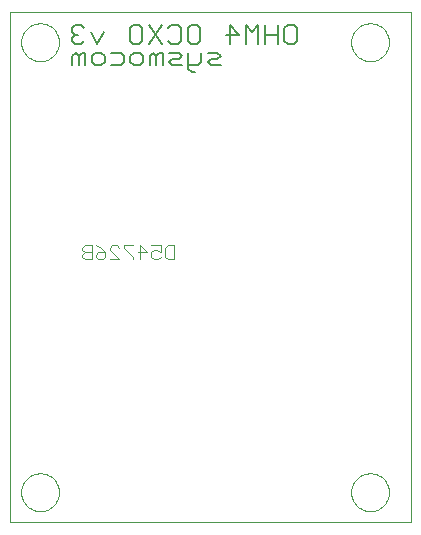
<source format=gbo>
From 7a492e40dd2276b1cd5a9cf8535ed86f3df166f4 Mon Sep 17 00:00:00 2001
From: Harald Welte <laforge@gnumonks.org>
Date: Sat, 22 Jun 2019 12:03:02 +0200
Subject: move to https://git.osmocom.org/osmo-small-hardware

---
 hardware/gerber/ohm4_ocxo.gbo | 544 ------------------------------------------
 1 file changed, 544 deletions(-)
 delete mode 100644 hardware/gerber/ohm4_ocxo.gbo

(limited to 'hardware/gerber/ohm4_ocxo.gbo')

diff --git a/hardware/gerber/ohm4_ocxo.gbo b/hardware/gerber/ohm4_ocxo.gbo
deleted file mode 100644
index fc86670..0000000
--- a/hardware/gerber/ohm4_ocxo.gbo
+++ /dev/null
@@ -1,544 +0,0 @@
-G75*
-G70*
-%OFA0B0*%
-%FSLAX24Y24*%
-%IPPOS*%
-%LPD*%
-%AMOC8*
-5,1,8,0,0,1.08239X$1,22.5*
-%
-%ADD10C,0.0000*%
-%ADD11C,0.0060*%
-%ADD12C,0.0040*%
-D10*
-X000600Y000100D02*
-X000600Y017096D01*
-X013970Y017096D01*
-X013970Y000100D01*
-X000600Y000100D01*
-X000970Y001100D02*
-X000972Y001150D01*
-X000978Y001200D01*
-X000988Y001249D01*
-X001002Y001297D01*
-X001019Y001344D01*
-X001040Y001389D01*
-X001065Y001433D01*
-X001093Y001474D01*
-X001125Y001513D01*
-X001159Y001550D01*
-X001196Y001584D01*
-X001236Y001614D01*
-X001278Y001641D01*
-X001322Y001665D01*
-X001368Y001686D01*
-X001415Y001702D01*
-X001463Y001715D01*
-X001513Y001724D01*
-X001562Y001729D01*
-X001613Y001730D01*
-X001663Y001727D01*
-X001712Y001720D01*
-X001761Y001709D01*
-X001809Y001694D01*
-X001855Y001676D01*
-X001900Y001654D01*
-X001943Y001628D01*
-X001984Y001599D01*
-X002023Y001567D01*
-X002059Y001532D01*
-X002091Y001494D01*
-X002121Y001454D01*
-X002148Y001411D01*
-X002171Y001367D01*
-X002190Y001321D01*
-X002206Y001273D01*
-X002218Y001224D01*
-X002226Y001175D01*
-X002230Y001125D01*
-X002230Y001075D01*
-X002226Y001025D01*
-X002218Y000976D01*
-X002206Y000927D01*
-X002190Y000879D01*
-X002171Y000833D01*
-X002148Y000789D01*
-X002121Y000746D01*
-X002091Y000706D01*
-X002059Y000668D01*
-X002023Y000633D01*
-X001984Y000601D01*
-X001943Y000572D01*
-X001900Y000546D01*
-X001855Y000524D01*
-X001809Y000506D01*
-X001761Y000491D01*
-X001712Y000480D01*
-X001663Y000473D01*
-X001613Y000470D01*
-X001562Y000471D01*
-X001513Y000476D01*
-X001463Y000485D01*
-X001415Y000498D01*
-X001368Y000514D01*
-X001322Y000535D01*
-X001278Y000559D01*
-X001236Y000586D01*
-X001196Y000616D01*
-X001159Y000650D01*
-X001125Y000687D01*
-X001093Y000726D01*
-X001065Y000767D01*
-X001040Y000811D01*
-X001019Y000856D01*
-X001002Y000903D01*
-X000988Y000951D01*
-X000978Y001000D01*
-X000972Y001050D01*
-X000970Y001100D01*
-X011970Y001100D02*
-X011972Y001150D01*
-X011978Y001200D01*
-X011988Y001249D01*
-X012002Y001297D01*
-X012019Y001344D01*
-X012040Y001389D01*
-X012065Y001433D01*
-X012093Y001474D01*
-X012125Y001513D01*
-X012159Y001550D01*
-X012196Y001584D01*
-X012236Y001614D01*
-X012278Y001641D01*
-X012322Y001665D01*
-X012368Y001686D01*
-X012415Y001702D01*
-X012463Y001715D01*
-X012513Y001724D01*
-X012562Y001729D01*
-X012613Y001730D01*
-X012663Y001727D01*
-X012712Y001720D01*
-X012761Y001709D01*
-X012809Y001694D01*
-X012855Y001676D01*
-X012900Y001654D01*
-X012943Y001628D01*
-X012984Y001599D01*
-X013023Y001567D01*
-X013059Y001532D01*
-X013091Y001494D01*
-X013121Y001454D01*
-X013148Y001411D01*
-X013171Y001367D01*
-X013190Y001321D01*
-X013206Y001273D01*
-X013218Y001224D01*
-X013226Y001175D01*
-X013230Y001125D01*
-X013230Y001075D01*
-X013226Y001025D01*
-X013218Y000976D01*
-X013206Y000927D01*
-X013190Y000879D01*
-X013171Y000833D01*
-X013148Y000789D01*
-X013121Y000746D01*
-X013091Y000706D01*
-X013059Y000668D01*
-X013023Y000633D01*
-X012984Y000601D01*
-X012943Y000572D01*
-X012900Y000546D01*
-X012855Y000524D01*
-X012809Y000506D01*
-X012761Y000491D01*
-X012712Y000480D01*
-X012663Y000473D01*
-X012613Y000470D01*
-X012562Y000471D01*
-X012513Y000476D01*
-X012463Y000485D01*
-X012415Y000498D01*
-X012368Y000514D01*
-X012322Y000535D01*
-X012278Y000559D01*
-X012236Y000586D01*
-X012196Y000616D01*
-X012159Y000650D01*
-X012125Y000687D01*
-X012093Y000726D01*
-X012065Y000767D01*
-X012040Y000811D01*
-X012019Y000856D01*
-X012002Y000903D01*
-X011988Y000951D01*
-X011978Y001000D01*
-X011972Y001050D01*
-X011970Y001100D01*
-X011970Y016100D02*
-X011972Y016150D01*
-X011978Y016200D01*
-X011988Y016249D01*
-X012002Y016297D01*
-X012019Y016344D01*
-X012040Y016389D01*
-X012065Y016433D01*
-X012093Y016474D01*
-X012125Y016513D01*
-X012159Y016550D01*
-X012196Y016584D01*
-X012236Y016614D01*
-X012278Y016641D01*
-X012322Y016665D01*
-X012368Y016686D01*
-X012415Y016702D01*
-X012463Y016715D01*
-X012513Y016724D01*
-X012562Y016729D01*
-X012613Y016730D01*
-X012663Y016727D01*
-X012712Y016720D01*
-X012761Y016709D01*
-X012809Y016694D01*
-X012855Y016676D01*
-X012900Y016654D01*
-X012943Y016628D01*
-X012984Y016599D01*
-X013023Y016567D01*
-X013059Y016532D01*
-X013091Y016494D01*
-X013121Y016454D01*
-X013148Y016411D01*
-X013171Y016367D01*
-X013190Y016321D01*
-X013206Y016273D01*
-X013218Y016224D01*
-X013226Y016175D01*
-X013230Y016125D01*
-X013230Y016075D01*
-X013226Y016025D01*
-X013218Y015976D01*
-X013206Y015927D01*
-X013190Y015879D01*
-X013171Y015833D01*
-X013148Y015789D01*
-X013121Y015746D01*
-X013091Y015706D01*
-X013059Y015668D01*
-X013023Y015633D01*
-X012984Y015601D01*
-X012943Y015572D01*
-X012900Y015546D01*
-X012855Y015524D01*
-X012809Y015506D01*
-X012761Y015491D01*
-X012712Y015480D01*
-X012663Y015473D01*
-X012613Y015470D01*
-X012562Y015471D01*
-X012513Y015476D01*
-X012463Y015485D01*
-X012415Y015498D01*
-X012368Y015514D01*
-X012322Y015535D01*
-X012278Y015559D01*
-X012236Y015586D01*
-X012196Y015616D01*
-X012159Y015650D01*
-X012125Y015687D01*
-X012093Y015726D01*
-X012065Y015767D01*
-X012040Y015811D01*
-X012019Y015856D01*
-X012002Y015903D01*
-X011988Y015951D01*
-X011978Y016000D01*
-X011972Y016050D01*
-X011970Y016100D01*
-X000970Y016100D02*
-X000972Y016150D01*
-X000978Y016200D01*
-X000988Y016249D01*
-X001002Y016297D01*
-X001019Y016344D01*
-X001040Y016389D01*
-X001065Y016433D01*
-X001093Y016474D01*
-X001125Y016513D01*
-X001159Y016550D01*
-X001196Y016584D01*
-X001236Y016614D01*
-X001278Y016641D01*
-X001322Y016665D01*
-X001368Y016686D01*
-X001415Y016702D01*
-X001463Y016715D01*
-X001513Y016724D01*
-X001562Y016729D01*
-X001613Y016730D01*
-X001663Y016727D01*
-X001712Y016720D01*
-X001761Y016709D01*
-X001809Y016694D01*
-X001855Y016676D01*
-X001900Y016654D01*
-X001943Y016628D01*
-X001984Y016599D01*
-X002023Y016567D01*
-X002059Y016532D01*
-X002091Y016494D01*
-X002121Y016454D01*
-X002148Y016411D01*
-X002171Y016367D01*
-X002190Y016321D01*
-X002206Y016273D01*
-X002218Y016224D01*
-X002226Y016175D01*
-X002230Y016125D01*
-X002230Y016075D01*
-X002226Y016025D01*
-X002218Y015976D01*
-X002206Y015927D01*
-X002190Y015879D01*
-X002171Y015833D01*
-X002148Y015789D01*
-X002121Y015746D01*
-X002091Y015706D01*
-X002059Y015668D01*
-X002023Y015633D01*
-X001984Y015601D01*
-X001943Y015572D01*
-X001900Y015546D01*
-X001855Y015524D01*
-X001809Y015506D01*
-X001761Y015491D01*
-X001712Y015480D01*
-X001663Y015473D01*
-X001613Y015470D01*
-X001562Y015471D01*
-X001513Y015476D01*
-X001463Y015485D01*
-X001415Y015498D01*
-X001368Y015514D01*
-X001322Y015535D01*
-X001278Y015559D01*
-X001236Y015586D01*
-X001196Y015616D01*
-X001159Y015650D01*
-X001125Y015687D01*
-X001093Y015726D01*
-X001065Y015767D01*
-X001040Y015811D01*
-X001019Y015856D01*
-X001002Y015903D01*
-X000988Y015951D01*
-X000978Y016000D01*
-X000972Y016050D01*
-X000970Y016100D01*
-D11*
-X002653Y016137D02*
-X002760Y016030D01*
-X002973Y016030D01*
-X003080Y016137D01*
-X002866Y016350D02*
-X002760Y016350D01*
-X002653Y016244D01*
-X002653Y016137D01*
-X002760Y016350D02*
-X002653Y016457D01*
-X002653Y016564D01*
-X002760Y016671D01*
-X002973Y016671D01*
-X003080Y016564D01*
-X003297Y016457D02*
-X003511Y016030D01*
-X003725Y016457D01*
-X003646Y015757D02*
-X003432Y015757D01*
-X003326Y015650D01*
-X003326Y015437D01*
-X003432Y015330D01*
-X003646Y015330D01*
-X003753Y015437D01*
-X003753Y015650D01*
-X003646Y015757D01*
-X003970Y015757D02*
-X004290Y015757D01*
-X004397Y015650D01*
-X004397Y015437D01*
-X004290Y015330D01*
-X003970Y015330D01*
-X004615Y015437D02*
-X004615Y015650D01*
-X004722Y015757D01*
-X004935Y015757D01*
-X005042Y015650D01*
-X005042Y015437D01*
-X004935Y015330D01*
-X004722Y015330D01*
-X004615Y015437D01*
-X004693Y016030D02*
-X004587Y016137D01*
-X004587Y016564D01*
-X004693Y016671D01*
-X004907Y016671D01*
-X005014Y016564D01*
-X005014Y016137D01*
-X004907Y016030D01*
-X004693Y016030D01*
-X005231Y016030D02*
-X005658Y016671D01*
-X005876Y016564D02*
-X005982Y016671D01*
-X006196Y016671D01*
-X006303Y016564D01*
-X006303Y016137D01*
-X006196Y016030D01*
-X005982Y016030D01*
-X005876Y016137D01*
-X005658Y016030D02*
-X005231Y016671D01*
-X005366Y015757D02*
-X005259Y015650D01*
-X005259Y015330D01*
-X005473Y015330D02*
-X005473Y015650D01*
-X005366Y015757D01*
-X005473Y015650D02*
-X005580Y015757D01*
-X005686Y015757D01*
-X005686Y015330D01*
-X005904Y015437D02*
-X006011Y015544D01*
-X006224Y015544D01*
-X006331Y015650D01*
-X006224Y015757D01*
-X005904Y015757D01*
-X005904Y015437D02*
-X006011Y015330D01*
-X006331Y015330D01*
-X006548Y015330D02*
-X006869Y015330D01*
-X006975Y015437D01*
-X006975Y015757D01*
-X007193Y015757D02*
-X007513Y015757D01*
-X007620Y015650D01*
-X007513Y015544D01*
-X007300Y015544D01*
-X007193Y015437D01*
-X007300Y015330D01*
-X007620Y015330D01*
-X007916Y016030D02*
-X007916Y016671D01*
-X008236Y016350D01*
-X007809Y016350D01*
-X008454Y016671D02*
-X008454Y016030D01*
-X008667Y016457D02*
-X008454Y016671D01*
-X008667Y016457D02*
-X008881Y016671D01*
-X008881Y016030D01*
-X009098Y016030D02*
-X009098Y016671D01*
-X009098Y016350D02*
-X009525Y016350D01*
-X009525Y016030D02*
-X009525Y016671D01*
-X009743Y016564D02*
-X009850Y016671D01*
-X010063Y016671D01*
-X010170Y016564D01*
-X010170Y016137D01*
-X010063Y016030D01*
-X009850Y016030D01*
-X009743Y016137D01*
-X009743Y016564D01*
-X006947Y016564D02*
-X006947Y016137D01*
-X006840Y016030D01*
-X006627Y016030D01*
-X006520Y016137D01*
-X006520Y016564D01*
-X006627Y016671D01*
-X006840Y016671D01*
-X006947Y016564D01*
-X006548Y015757D02*
-X006548Y015223D01*
-X006655Y015116D01*
-X006762Y015116D01*
-X003108Y015330D02*
-X003108Y015757D01*
-X003001Y015757D01*
-X002895Y015650D01*
-X002788Y015757D01*
-X002681Y015650D01*
-X002681Y015330D01*
-X002895Y015330D02*
-X002895Y015650D01*
-D12*
-X003087Y009330D02*
-X003011Y009254D01*
-X003011Y009177D01*
-X003087Y009100D01*
-X003318Y009100D01*
-X003471Y009023D02*
-X003548Y009100D01*
-X003778Y009100D01*
-X003778Y008947D01*
-X003701Y008870D01*
-X003548Y008870D01*
-X003471Y008947D01*
-X003471Y009023D01*
-X003318Y008870D02*
-X003087Y008870D01*
-X003011Y008947D01*
-X003011Y009023D01*
-X003087Y009100D01*
-X003318Y008870D02*
-X003318Y009330D01*
-X003087Y009330D01*
-X003471Y009330D02*
-X003625Y009254D01*
-X003778Y009100D01*
-X003932Y009177D02*
-X003932Y009254D01*
-X004008Y009330D01*
-X004162Y009330D01*
-X004238Y009254D01*
-X004392Y009254D02*
-X004392Y009330D01*
-X004699Y009330D01*
-X004929Y009330D02*
-X005159Y009100D01*
-X004852Y009100D01*
-X004699Y008947D02*
-X004699Y008870D01*
-X004699Y008947D02*
-X004392Y009254D01*
-X004238Y008870D02*
-X003932Y009177D01*
-X003932Y008870D02*
-X004238Y008870D01*
-X004929Y008870D02*
-X004929Y009330D01*
-X005313Y009330D02*
-X005620Y009330D01*
-X005620Y009100D01*
-X005466Y009177D01*
-X005389Y009177D01*
-X005313Y009100D01*
-X005313Y008947D01*
-X005389Y008870D01*
-X005543Y008870D01*
-X005620Y008947D01*
-X005773Y008947D02*
-X005773Y009254D01*
-X005850Y009330D01*
-X006080Y009330D01*
-X006080Y008870D01*
-X005850Y008870D01*
-X005773Y008947D01*
-M02*
-- 
cgit v1.2.3


</source>
